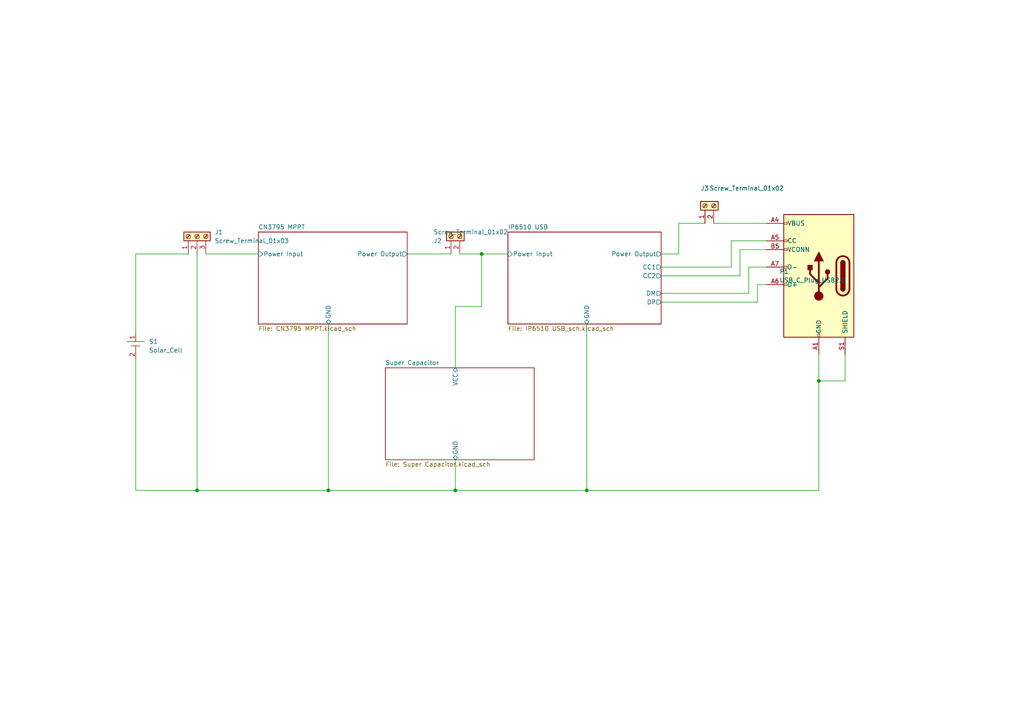
<source format=kicad_sch>
(kicad_sch (version 20211123) (generator eeschema)
  (paper "A4")
  (title_block (title "Solar Power to USB with PD&QC in MPPT") (date "2022-08-03") (company "NTUT-Kao Feng Cheng"))
  (lib_symbols
    (symbol "1_Resouce:Solar_Cell"
      (property "Reference" "S" (at -3.81 0 0))
      (property "Value" "Solar_Cell" (at 7.62 0 0))
      (symbol "Solar_Cell_0_1"
        (polyline (pts (xy -2.54 1.27) (xy 2.54 1.27)))
        (polyline (pts (xy -1.27 0) (xy 1.27 0)))
        (polyline (pts (xy 0 0) (xy 0 -1.27)))
      )
      (symbol "Solar_Cell_1_1"
        (pin power_out line (at 0 3.81 270) (length 2.54) (name "") (number "1"))
        (pin power_out line (at 0 -3.81 90) (length 2.54) (name "") (number "2"))
      )
    )
    (symbol "Connector:Screw_Terminal_01x02" (pin_names (offset 1.016) hide)
      (property "Reference" "J3" (at 5.08 1.2701 90))
      (property "Value" "Screw_Terminal_01x02" (at 5.08 -1.2699 90))
      (symbol "Screw_Terminal_01x02_1_1"
        (rectangle (start -1.27 1.27) (end 1.27 -3.81) (stroke (width 0.254)) (fill (type background)))
        (circle (center 0 -2.54) (radius 0.635) (stroke (width 0.1524)))
        (polyline (pts (xy -0.5334 -2.2098) (xy 0.3302 -3.048)) (stroke (width 0.1524)))
        (polyline (pts (xy -0.5334 0.3302) (xy 0.3302 -0.508)) (stroke (width 0.1524)))
        (polyline (pts (xy -0.3556 -2.032) (xy 0.508 -2.8702)) (stroke (width 0.1524)))
        (polyline (pts (xy -0.3556 0.508) (xy 0.508 -0.3302)) (stroke (width 0.1524)))
        (circle (center 0 0) (radius 0.635) (stroke (width 0.1524)))
        (pin power_in line (at -5.08 0 0) (length 3.81) (name "Pin_1") (number "1"))
        (pin power_out line (at -5.08 -2.54 0) (length 3.81) (name "Pin_2") (number "2"))
      )
    )
    (symbol "Connector:Screw_Terminal_01x03" (pin_names (offset 1.016) hide)
      (property "Reference" "J1" (at -5.08 -1.2701 90))
      (property "Value" "Screw_Terminal_01x03" (at -5.08 1.2699 90))
      (symbol "Screw_Terminal_01x03_1_1"
        (rectangle (start -1.27 3.81) (end 1.27 -3.81) (stroke (width 0.254)) (fill (type background)))
        (circle (center 0 -2.54) (radius 0.635) (stroke (width 0.1524)))
        (polyline (pts (xy -0.5334 -2.2098) (xy 0.3302 -3.048)) (stroke (width 0.1524)))
        (polyline (pts (xy -0.5334 0.3302) (xy 0.3302 -0.508)) (stroke (width 0.1524)))
        (polyline (pts (xy -0.5334 2.8702) (xy 0.3302 2.032)) (stroke (width 0.1524)))
        (polyline (pts (xy -0.3556 -2.032) (xy 0.508 -2.8702)) (stroke (width 0.1524)))
        (polyline (pts (xy -0.3556 0.508) (xy 0.508 -0.3302)) (stroke (width 0.1524)))
        (polyline (pts (xy -0.3556 3.048) (xy 0.508 2.2098)) (stroke (width 0.1524)))
        (circle (center 0 0) (radius 0.635) (stroke (width 0.1524)))
        (circle (center 0 2.54) (radius 0.635) (stroke (width 0.1524)))
        (pin power_in line (at -5.08 2.54 0) (length 3.81) (name "Pin_1") (number "1"))
        (pin power_in line (at -5.08 0 0) (length 3.81) (name "Pin_2") (number "2"))
        (pin power_out line (at -5.08 -2.54 0) (length 3.81) (name "Pin_3") (number "3"))
      )
    )
    (symbol "Connector:USB_C_Plug_USB2.0" (pin_names (offset 1.016))
      (property "Reference" "P" (at -10.16 19.05 0))
      (property "Value" "USB_C_Plug_USB2.0" (at 12.7 19.05 0))
      (symbol "USB_C_Plug_USB2.0_0_0"
        (rectangle (start -0.254 -17.78) (end 0.254 -16.764))
        (rectangle (start 10.16 -2.286) (end 9.144 -2.794))
        (rectangle (start 10.16 2.794) (end 9.144 2.286))
        (rectangle (start 10.16 7.874) (end 9.144 7.366))
        (rectangle (start 10.16 10.414) (end 9.144 9.906))
        (rectangle (start 10.16 15.494) (end 9.144 14.986))
      )
      (symbol "USB_C_Plug_USB2.0_0_1"
        (rectangle (start -10.16 17.78) (end 10.16 -17.78) (stroke (width 0.254)) (fill (type background)))
        (arc (start -8.89 -3.81) (mid -6.985 -5.715) (end -5.08 -3.81) (stroke (width 0.508)))
        (arc (start -7.62 -3.81) (mid -6.985 -4.445) (end -6.35 -3.81) (stroke (width 0.254)))
        (arc (start -7.62 -3.81) (mid -6.985 -4.445) (end -6.35 -3.81) (stroke (width 0.254)) (fill (type outline)))
        (rectangle (start -7.62 -3.81) (end -6.35 3.81) (stroke (width 0.254)) (fill (type outline)))
        (arc (start -6.35 3.81) (mid -6.985 4.445) (end -7.62 3.81) (stroke (width 0.254)))
        (arc (start -6.35 3.81) (mid -6.985 4.445) (end -7.62 3.81) (stroke (width 0.254)) (fill (type outline)))
        (arc (start -5.08 3.81) (mid -6.985 5.715) (end -8.89 3.81) (stroke (width 0.508)))
        (circle (center -2.54 1.143) (radius 0.635) (stroke (width 0.254)) (fill (type outline)))
        (circle (center 0 -5.842) (radius 1.27) (fill (type outline)))
        (polyline (pts (xy -8.89 -3.81) (xy -8.89 3.81)) (stroke (width 0.508)))
        (polyline (pts (xy -5.08 3.81) (xy -5.08 -3.81)) (stroke (width 0.508)))
        (polyline (pts (xy 0 -5.842) (xy 0 4.318)) (stroke (width 0.508)))
        (polyline (pts (xy 0 -3.302) (xy -2.54 -0.762) (xy -2.54 0.508)) (stroke (width 0.508)))
        (polyline (pts (xy 0 -2.032) (xy 2.54 0.508) (xy 2.54 1.778)) (stroke (width 0.508)))
        (polyline (pts (xy -1.27 4.318) (xy 0 6.858) (xy 1.27 4.318) (xy -1.27 4.318)) (stroke (width 0.254)) (fill (type outline)))
        (rectangle (start 1.905 1.778) (end 3.175 3.048) (stroke (width 0.254)) (fill (type outline)))
      )
      (symbol "USB_C_Plug_USB2.0_1_1"
        (pin passive line (at 0 -22.86 90) (length 5.08) (name "GND") (number "A1"))
        (pin passive line (at 0 -22.86 90) (length 5.08) hide (name "GND") (number "A12"))
        (pin passive line (at 15.24 15.24 180) (length 5.08) (name "VBUS") (number "A4"))
        (pin bidirectional line (at 15.24 10.16 180) (length 5.08) (name "CC") (number "A5"))
        (pin bidirectional line (at 15.24 -2.54 180) (length 5.08) (name "D+") (number "A6"))
        (pin bidirectional line (at 15.24 2.54 180) (length 5.08) (name "D-") (number "A7"))
        (pin passive line (at 15.24 15.24 180) (length 5.08) hide (name "VBUS") (number "A9"))
        (pin passive line (at 0 -22.86 90) (length 5.08) hide (name "GND") (number "B1"))
        (pin passive line (at 0 -22.86 90) (length 5.08) hide (name "GND") (number "B12"))
        (pin passive line (at 15.24 15.24 180) (length 5.08) hide (name "VBUS") (number "B4"))
        (pin bidirectional line (at 15.24 7.62 180) (length 5.08) (name "VCONN") (number "B5"))
        (pin passive line (at 15.24 15.24 180) (length 5.08) hide (name "VBUS") (number "B9"))
        (pin passive line (at -7.62 -22.86 90) (length 5.08) (name "SHIELD") (number "S1"))
      )
    )
    (symbol "Screw_Terminal_01x02_1" (pin_names (offset 1.016) hide)
      (property "Reference" "J2" (at -1.2701 5.08 90))
      (property "Value" "Screw_Terminal_01x02_1" (at 1.2699 5.08 90))
      (symbol "Screw_Terminal_01x02_1_1_1"
        (rectangle (start -1.27 1.27) (end 1.27 -3.81) (stroke (width 0.254)) (fill (type background)))
        (circle (center 0 -2.54) (radius 0.635) (stroke (width 0.1524)))
        (polyline (pts (xy -0.5334 -2.2098) (xy 0.3302 -3.048)) (stroke (width 0.1524)))
        (polyline (pts (xy -0.5334 0.3302) (xy 0.3302 -0.508)) (stroke (width 0.1524)))
        (polyline (pts (xy -0.3556 -2.032) (xy 0.508 -2.8702)) (stroke (width 0.1524)))
        (polyline (pts (xy -0.3556 0.508) (xy 0.508 -0.3302)) (stroke (width 0.1524)))
        (circle (center 0 0) (radius 0.635) (stroke (width 0.1524)))
        (pin power_in line (at -5.08 0 0) (length 3.81) (name "Pin_1") (number "1"))
        (pin power_out line (at -5.08 -2.54 0) (length 3.81) (name "Pin_2") (number "2"))
      )
    )
  )
  (junction (at 170.18 142.24))
  (junction (at 95.25 142.24))
  (junction (at 237.49 110.49))
  (junction (at 57.15 142.24))
  (junction (at 132.08 142.24))
  (junction (at 139.7 73.66))
  (wire (pts (xy 57.15 73.66) (xy 57.15 142.24)))
  (wire (pts (xy 219.71 87.63) (xy 191.77 87.63)))
  (wire (pts (xy 214.63 80.01) (xy 191.77 80.01)))
  (wire (pts (xy 219.71 82.55) (xy 219.71 87.63)))
  (wire (pts (xy 95.25 142.24) (xy 132.08 142.24)))
  (wire (pts (xy 95.25 93.98) (xy 95.25 142.24)))
  (wire (pts (xy 39.37 96.52) (xy 39.37 73.66)))
  (wire (pts (xy 212.09 77.47) (xy 212.09 69.85)))
  (wire (pts (xy 217.17 77.47) (xy 222.25 77.47)))
  (wire (pts (xy 245.11 110.49) (xy 245.11 102.87)))
  (wire (pts (xy 214.63 72.39) (xy 214.63 80.01)))
  (wire (pts (xy 237.49 110.49) (xy 237.49 102.87)))
  (wire (pts (xy 212.09 69.85) (xy 222.25 69.85)))
  (wire (pts (xy 59.69 73.66) (xy 74.93 73.66)))
  (wire (pts (xy 39.37 73.66) (xy 54.61 73.66)))
  (wire (pts (xy 191.77 73.66) (xy 196.85 73.66)))
  (wire (pts (xy 57.15 142.24) (xy 95.25 142.24)))
  (wire (pts (xy 237.49 142.24) (xy 237.49 110.49)))
  (wire (pts (xy 237.49 110.49) (xy 245.11 110.49)))
  (wire (pts (xy 132.08 106.68) (xy 132.08 88.9)))
  (wire (pts (xy 170.18 93.98) (xy 170.18 142.24)))
  (wire (pts (xy 222.25 72.39) (xy 214.63 72.39)))
  (wire (pts (xy 133.35 73.66) (xy 139.7 73.66)))
  (wire (pts (xy 132.08 142.24) (xy 170.18 142.24)))
  (wire (pts (xy 139.7 88.9) (xy 139.7 73.66)))
  (wire (pts (xy 39.37 142.24) (xy 57.15 142.24)))
  (wire (pts (xy 132.08 88.9) (xy 139.7 88.9)))
  (wire (pts (xy 118.11 73.66) (xy 130.81 73.66)))
  (wire (pts (xy 217.17 85.09) (xy 217.17 77.47)))
  (wire (pts (xy 196.85 64.77) (xy 204.47 64.77)))
  (wire (pts (xy 222.25 82.55) (xy 219.71 82.55)))
  (wire (pts (xy 139.7 73.66) (xy 147.32 73.66)))
  (wire (pts (xy 207.01 64.77) (xy 222.25 64.77)))
  (wire (pts (xy 39.37 104.14) (xy 39.37 142.24)))
  (wire (pts (xy 191.77 85.09) (xy 217.17 85.09)))
  (wire (pts (xy 170.18 142.24) (xy 237.49 142.24)))
  (wire (pts (xy 191.77 77.47) (xy 212.09 77.47)))
  (wire (pts (xy 196.85 73.66) (xy 196.85 64.77)))
  (wire (pts (xy 132.08 133.35) (xy 132.08 142.24)))
  (symbol (lib_id "Connector:Screw_Terminal_01x03") (at 57.15 68.58 90) (unit 1)
    (property "Reference" "J1" (at 62.23 67.3099 90) (effects (justify right)))
    (property "Value" "Screw_Terminal_01x03" (at 62.23 69.8499 90) (effects (justify right)))
    (property "Footprint" "TerminalBlock:TerminalBlock_bornier-3_P5.08mm" (effects hide))
  )
  (symbol (lib_id "1_Resouce:Solar_Cell") (at 39.37 100.33 0) (unit 1)
    (property "Reference" "S1" (at 43.18 99.0599 0) (effects (justify left)))
    (property "Value" "Solar_Cell" (at 43.18 101.5999 0) (effects (justify left)))
    (property "Footprint" "TerminalBlock:TerminalBlock_bornier-2_P5.08mm" (effects hide))
  )
  (symbol (lib_name "Screw_Terminal_01x02_1") (lib_id "Connector:Screw_Terminal_01x02") (at 130.81 68.58 90) (unit 1)
    (property "Reference" "J2" (at 125.73 69.8501 90) (effects (justify right)))
    (property "Value" "Screw_Terminal_01x02" (at 125.73 67.3101 90) (effects (justify right)))
    (property "Footprint" "TerminalBlock:TerminalBlock_bornier-2_P5.08mm" (effects hide))
  )
  (symbol (lib_id "Connector:Screw_Terminal_01x02") (at 204.47 59.69 90) (unit 1)
    (property "Reference" "J3" (at 203.1999 54.61 90) (effects (justify right)))
    (property "Value" "Screw_Terminal_01x02" (at 205.7399 54.61 90) (effects (justify right)))
    (property "Footprint" "TerminalBlock:TerminalBlock_bornier-2_P5.08mm" (effects hide))
  )
  (symbol (lib_id "Connector:USB_C_Plug_USB2.0") (at 237.49 80.01 0) (mirror y) (unit 1)
    (property "Reference" "P1" (at 226.06 78.7399 0) (effects (justify right)))
    (property "Value" "USB_C_Plug_USB2.0" (at 226.06 81.2799 0) (effects (justify right)))
    (property "Footprint" "Connector_USB:USB_C_Receptacle_HRO_TYPE-C-31-M-12" (effects hide))
    (property "Datasheet" "https://www.usb.org/sites/default/files/documents/usb_type-c.zip" (effects hide))
  )
  (sheet (at 147.32 67.31) (size 44.45 26.67) (stroke (width 0.1524))
    (property "Sheet name" "IP6510 USB" (at 147.32 66.5984 0) (effects (justify left bottom)))
    (property "Sheet file" "IP6510 USB_sch.kicad_sch" (at 147.32 94.5646 0) (effects (justify left top)))
    (pin "Power Input" input (at 147.32 73.66 180))
    (pin "Power Output" output (at 191.77 73.66 0))
    (pin "GND" bidirectional (at 170.18 93.98 270))
    (pin "DM" output (at 191.77 85.09 0))
    (pin "CC1" output (at 191.77 77.47 0))
    (pin "DP" output (at 191.77 87.63 0))
    (pin "CC2" output (at 191.77 80.01 0))
  )
  (sheet (at 74.93 67.31) (size 43.18 26.67) (stroke (width 0.1524))
    (property "Sheet name" "CN3795 MPPT" (at 74.93 66.5984 0) (effects (justify left bottom)))
    (property "Sheet file" "CN3795 MPPT.kicad_sch" (at 74.93 94.5646 0) (effects (justify left top)))
    (pin "Power Input" input (at 74.93 73.66 180))
    (pin "Power Output" output (at 118.11 73.66 0))
    (pin "GND" bidirectional (at 95.25 93.98 270))
  )
  (sheet (at 111.76 106.68) (size 43.18 26.67) (stroke (width 0.1524))
    (property "Sheet name" "Super Capacitor" (at 111.76 105.9684 0) (effects (justify left bottom)))
    (property "Sheet file" "Super Capacitor.kicad_sch" (at 111.76 133.9346 0) (effects (justify left top)))
    (pin "VCC" bidirectional (at 132.08 106.68 90))
    (pin "GND" bidirectional (at 132.08 133.35 270))
  )
)
</source>
